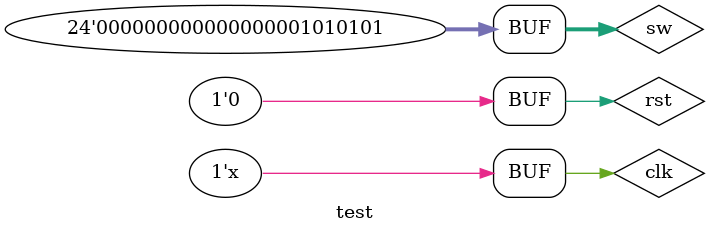
<source format=v>
`timescale 1ns / 1ps


module test();
reg clk = 1'b0, rst = 1'b0; 
reg [23:0] sw = 22'b1010101;
wire [23:0] led;
wire [31:0] ins;
wire tclk;
wire [31:0] test;
initial #100 rst = 1'b1;
initial #120 rst = 1'b0;
always #5 clk = ~clk;

TopCpu cpu(clk, rst, sw, led);
endmodule

</source>
